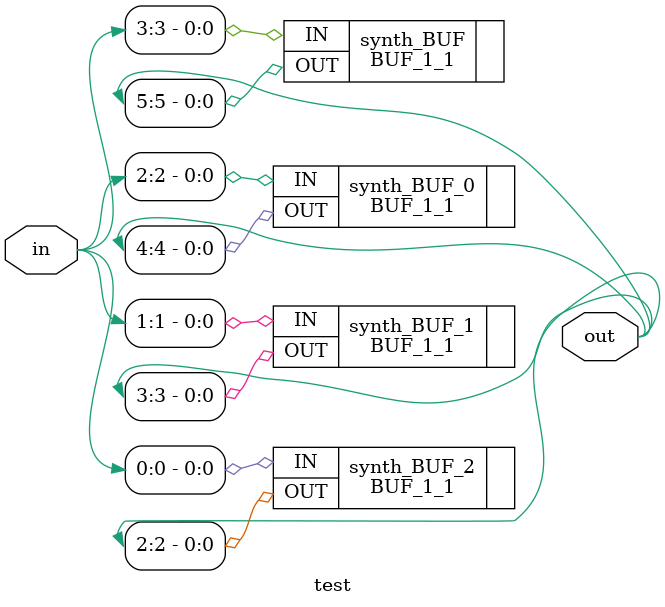
<source format=v>
module test(in, out);

input wire [7:0]in;
output wire [7:0]out;
wire [7:0]byte0;
wire [7:0]byte2;
wire [7:0]byte3;
wire [7:0]byte4;
wire synth_net;
wire synth_net_0;
wire synth_net_1;
wire synth_net_2;
wire synth_net_3;
wire synth_net_4;
wire synth_net_5;
wire synth_net_6;
wire synth_net_7;
wire synth_net_8;
wire synth_net_9;
wire synth_net_10;
wire synth_net_11;
wire synth_net_12;
wire synth_net_13;
wire synth_net_14;
wire synth_net_15;
wire synth_net_16;
wire synth_net_17;
wire synth_net_18;
wire synth_net_19;
wire synth_net_20;
wire synth_net_21;
wire synth_net_22;
wire synth_net_23;
wire synth_net_24;
wire synth_net_25;
wire synth_net_26;
wire synth_net_27;
wire synth_net_28;
wire synth_net_29;
wire synth_net_30;
wire synth_net_31;
wire synth_net_32;
wire synth_net_33;
wire synth_net_34;
wire synth_net_35;
wire synth_net_36;
wire synth_net_37;
wire synth_net_38;
reg [255:0] data1;
reg [0:255] data2;
reg [7:0] byte1;
reg signed [31:0] i;
BUF_1_1 synth_BUF(.OUT(out[5]), .IN(in[3]));
BUF_1_1 synth_BUF_0(.OUT(out[4]), .IN(in[2]));
BUF_1_1 synth_BUF_1(.OUT(out[3]), .IN(in[1]));
BUF_1_1 synth_BUF_2(.OUT(out[2]), .IN(in[0]));
BUF_1_1 synth_BUF_3(.OUT(byte0[7]), .IN(data1[30]));
BUF_1_1 synth_BUF_4(.OUT(byte0[6]), .IN(data1[29]));
BUF_1_1 synth_BUF_5(.OUT(byte0[5]), .IN(data1[28]));
BUF_1_1 synth_BUF_6(.OUT(byte0[4]), .IN(data1[27]));
BUF_1_1 synth_BUF_7(.OUT(byte0[3]), .IN(data1[26]));
BUF_1_1 synth_BUF_8(.OUT(byte0[2]), .IN(data1[25]));
BUF_1_1 synth_BUF_9(.OUT(byte0[1]), .IN(data1[24]));
BUF_1_1 synth_BUF_10(.OUT(byte0[0]), .IN(data1[23]));
BUF_1_1 synth_BUF_11(.OUT(byte2[7]), .IN(data1[31]));
BUF_1_1 synth_BUF_12(.OUT(byte2[6]), .IN(data1[30]));
BUF_1_1 synth_BUF_13(.OUT(byte2[5]), .IN(data1[29]));
BUF_1_1 synth_BUF_14(.OUT(byte2[4]), .IN(data1[28]));
BUF_1_1 synth_BUF_15(.OUT(byte2[3]), .IN(data1[27]));
BUF_1_1 synth_BUF_16(.OUT(byte2[2]), .IN(data1[26]));
BUF_1_1 synth_BUF_17(.OUT(byte2[1]), .IN(data1[25]));
BUF_1_1 synth_BUF_18(.OUT(byte2[0]), .IN(data1[24]));
BUF_1_1 synth_BUF_19(.OUT(byte3[7]), .IN(data2[24]));
BUF_1_1 synth_BUF_20(.OUT(byte3[6]), .IN(data2[25]));
BUF_1_1 synth_BUF_21(.OUT(byte3[5]), .IN(data2[26]));
BUF_1_1 synth_BUF_22(.OUT(byte3[4]), .IN(data2[27]));
BUF_1_1 synth_BUF_23(.OUT(byte3[3]), .IN(data2[28]));
BUF_1_1 synth_BUF_24(.OUT(byte3[2]), .IN(data2[29]));
BUF_1_1 synth_BUF_25(.OUT(byte3[1]), .IN(data2[30]));
BUF_1_1 synth_BUF_26(.OUT(byte3[0]), .IN(data2[31]));
BUF_1_1 synth_BUF_27(.OUT(byte4[7]), .IN(data2[25]));
BUF_1_1 synth_BUF_28(.OUT(byte4[6]), .IN(data2[26]));
BUF_1_1 synth_BUF_29(.OUT(byte4[5]), .IN(data2[27]));
BUF_1_1 synth_BUF_30(.OUT(byte4[4]), .IN(data2[28]));
BUF_1_1 synth_BUF_31(.OUT(byte4[3]), .IN(data2[29]));
BUF_1_1 synth_BUF_32(.OUT(byte4[2]), .IN(data2[30]));
BUF_1_1 synth_BUF_33(.OUT(byte4[1]), .IN(data2[31]));
BUF_1_1 synth_BUF_34(.OUT(byte4[0]), .IN(data2[32]));
BUF_1_1 synth_BUF_35(.OUT(synth_net), .IN(data1[7]));
VCC_0_1 synth_VCC(.OUT(synth_net_0));
BUF_1_1 synth_BUF_36(.OUT(synth_net_1), .IN(data1[6]));
VCC_0_1 synth_VCC_0(.OUT(synth_net_2));
BUF_1_1 synth_BUF_37(.OUT(synth_net_3), .IN(data1[5]));
VCC_0_1 synth_VCC_1(.OUT(synth_net_4));
BUF_1_1 synth_BUF_38(.OUT(synth_net_5), .IN(data1[4]));
VCC_0_1 synth_VCC_2(.OUT(synth_net_6));
BUF_1_1 synth_BUF_39(.OUT(synth_net_7), .IN(data1[3]));
VCC_0_1 synth_VCC_3(.OUT(synth_net_8));
BUF_1_1 synth_BUF_40(.OUT(synth_net_9), .IN(data1[2]));
VCC_0_1 synth_VCC_4(.OUT(synth_net_10));
BUF_1_1 synth_BUF_41(.OUT(synth_net_11), .IN(data1[1]));
VCC_0_1 synth_VCC_5(.OUT(synth_net_12));
BUF_1_1 synth_BUF_42(.OUT(synth_net_13), .IN(data1[0]));
VCC_0_1 synth_VCC_6(.OUT(synth_net_14));
BUF_1_1 synth_BUF_43(.OUT(synth_net_15), .IN(data1[15]));
VCC_0_1 synth_VCC_7(.OUT(synth_net_16));
BUF_1_1 synth_BUF_44(.OUT(synth_net_17), .IN(data1[14]));
VCC_0_1 synth_VCC_8(.OUT(synth_net_18));
BUF_1_1 synth_BUF_45(.OUT(synth_net_19), .IN(data1[13]));
VCC_0_1 synth_VCC_9(.OUT(synth_net_20));
BUF_1_1 synth_BUF_46(.OUT(synth_net_21), .IN(data1[12]));
VCC_0_1 synth_VCC_10(.OUT(synth_net_22));
BUF_1_1 synth_BUF_47(.OUT(synth_net_23), .IN(data1[11]));
VCC_0_1 synth_VCC_11(.OUT(synth_net_24));
BUF_1_1 synth_BUF_48(.OUT(synth_net_25), .IN(data1[10]));
VCC_0_1 synth_VCC_12(.OUT(synth_net_26));
BUF_1_1 synth_BUF_49(.OUT(synth_net_27), .IN(data1[9]));
VCC_0_1 synth_VCC_13(.OUT(synth_net_28));
BUF_1_1 synth_BUF_50(.OUT(synth_net_29), .IN(data1[8]));
VCC_0_1 synth_VCC_14(.OUT(synth_net_30));
AND_2_1 synth_AND(.OUT(synth_net_31), .IN({synth_net_15, synth_net_16}));
BUF_1_1 synth_BUF_51(.OUT(byte1[7]), .IN(synth_net_31));
AND_2_1 synth_AND_0(.OUT(synth_net_32), .IN({synth_net_17, synth_net_18}));
BUF_1_1 synth_BUF_52(.OUT(byte1[6]), .IN(synth_net_32));
AND_2_1 synth_AND_1(.OUT(synth_net_33), .IN({synth_net_19, synth_net_20}));
BUF_1_1 synth_BUF_53(.OUT(byte1[5]), .IN(synth_net_33));
AND_2_1 synth_AND_2(.OUT(synth_net_34), .IN({synth_net_21, synth_net_22}));
BUF_1_1 synth_BUF_54(.OUT(byte1[4]), .IN(synth_net_34));
AND_2_1 synth_AND_3(.OUT(synth_net_35), .IN({synth_net_23, synth_net_24}));
BUF_1_1 synth_BUF_55(.OUT(byte1[3]), .IN(synth_net_35));
AND_2_1 synth_AND_4(.OUT(synth_net_36), .IN({synth_net_25, synth_net_26}));
BUF_1_1 synth_BUF_56(.OUT(byte1[2]), .IN(synth_net_36));
AND_2_1 synth_AND_5(.OUT(synth_net_37), .IN({synth_net_27, synth_net_28}));
BUF_1_1 synth_BUF_57(.OUT(byte1[1]), .IN(synth_net_37));
AND_2_1 synth_AND_6(.OUT(synth_net_38), .IN({synth_net_29, synth_net_30}));
BUF_1_1 synth_BUF_58(.OUT(byte1[0]), .IN(synth_net_38));
endmodule

</source>
